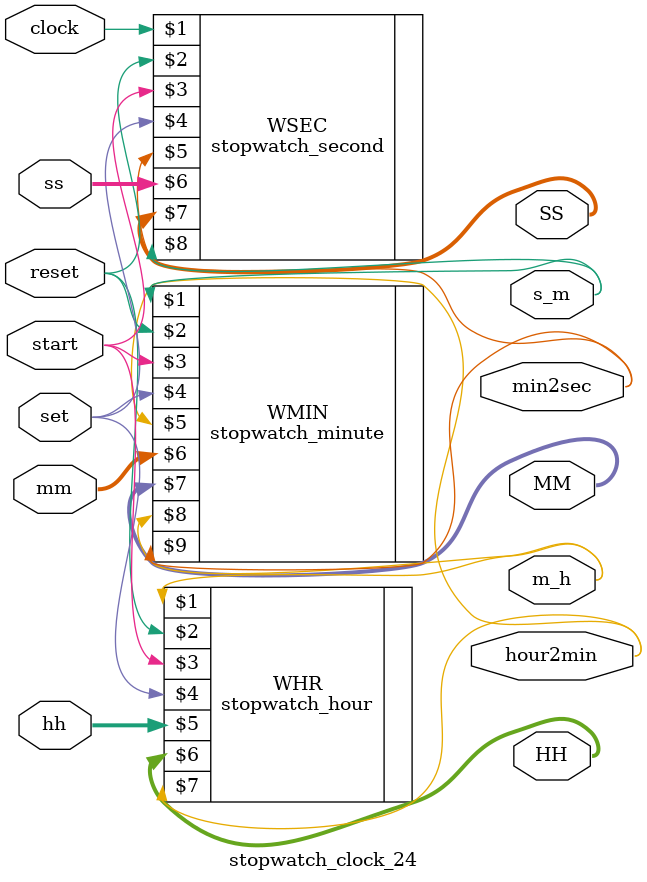
<source format=v>
`timescale 1ns / 1ps


module stopwatch_clock_24(SS,MM,HH,clock,ss,mm,hh,start,set,reset,min2sec,hour2min,s_m,m_h);

input clock,reset,start,set;
output [5:0] SS,MM;
output [4:0] HH;
input [5:0] ss,mm;
input [4:0] hh;

output min2sec,hour2min,s_m,m_h;

stopwatch_second WSEC (clock,reset,start,set,min2sec,ss,SS,s_m);
stopwatch_minute WMIN (s_m,reset,start,set,hour2min,mm,MM,m_h,min2sec);
stopwatch_hour WHR (m_h,reset,start,set,hh,HH,hour2min);


endmodule

</source>
